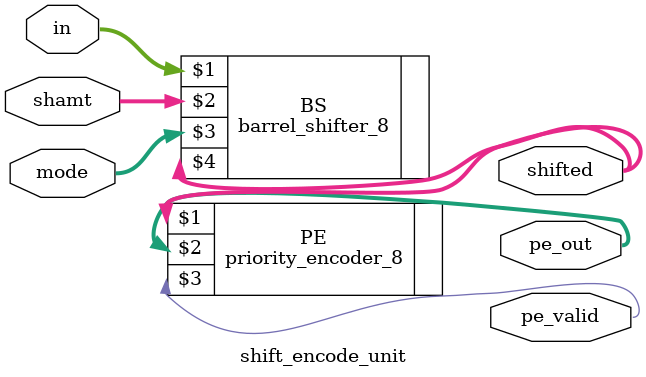
<source format=v>
`timescale 1ns / 1ps


module shift_encode_unit (
    input  wire [7:0] in,
    input  wire [2:0] shamt,
    input  wire [1:0] mode,
    output wire [7:0] shifted,
    output wire [2:0] pe_out,
    output wire       pe_valid
);

    barrel_shifter_8 BS (in, shamt, mode, shifted);
    priority_encoder_8 PE (shifted, pe_out, pe_valid);

endmodule
    


</source>
